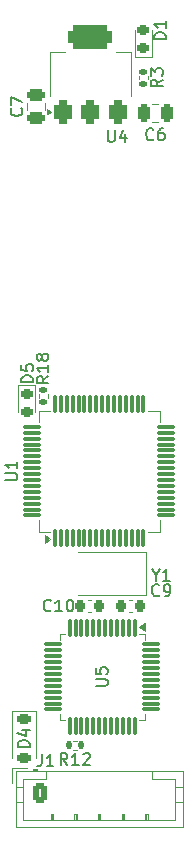
<source format=gto>
G04 #@! TF.GenerationSoftware,KiCad,Pcbnew,8.0.5*
G04 #@! TF.CreationDate,2024-10-01T14:56:49-07:00*
G04 #@! TF.ProjectId,gr25_nodes,67723235-5f6e-46f6-9465-732e6b696361,rev?*
G04 #@! TF.SameCoordinates,Original*
G04 #@! TF.FileFunction,Legend,Top*
G04 #@! TF.FilePolarity,Positive*
%FSLAX46Y46*%
G04 Gerber Fmt 4.6, Leading zero omitted, Abs format (unit mm)*
G04 Created by KiCad (PCBNEW 8.0.5) date 2024-10-01 14:56:49*
%MOMM*%
%LPD*%
G01*
G04 APERTURE LIST*
G04 Aperture macros list*
%AMRoundRect*
0 Rectangle with rounded corners*
0 $1 Rounding radius*
0 $2 $3 $4 $5 $6 $7 $8 $9 X,Y pos of 4 corners*
0 Add a 4 corners polygon primitive as box body*
4,1,4,$2,$3,$4,$5,$6,$7,$8,$9,$2,$3,0*
0 Add four circle primitives for the rounded corners*
1,1,$1+$1,$2,$3*
1,1,$1+$1,$4,$5*
1,1,$1+$1,$6,$7*
1,1,$1+$1,$8,$9*
0 Add four rect primitives between the rounded corners*
20,1,$1+$1,$2,$3,$4,$5,0*
20,1,$1+$1,$4,$5,$6,$7,0*
20,1,$1+$1,$6,$7,$8,$9,0*
20,1,$1+$1,$8,$9,$2,$3,0*%
G04 Aperture macros list end*
%ADD10C,0.150000*%
%ADD11C,0.120000*%
%ADD12RoundRect,0.218750X0.256250X-0.218750X0.256250X0.218750X-0.256250X0.218750X-0.256250X-0.218750X0*%
%ADD13RoundRect,0.250000X-0.475000X0.250000X-0.475000X-0.250000X0.475000X-0.250000X0.475000X0.250000X0*%
%ADD14RoundRect,0.375000X0.375000X-0.625000X0.375000X0.625000X-0.375000X0.625000X-0.375000X-0.625000X0*%
%ADD15RoundRect,0.500000X1.400000X-0.500000X1.400000X0.500000X-1.400000X0.500000X-1.400000X-0.500000X0*%
%ADD16RoundRect,0.135000X-0.185000X0.135000X-0.185000X-0.135000X0.185000X-0.135000X0.185000X0.135000X0*%
%ADD17R,2.000000X2.400000*%
%ADD18RoundRect,0.250000X-0.250000X-0.475000X0.250000X-0.475000X0.250000X0.475000X-0.250000X0.475000X0*%
%ADD19RoundRect,0.225000X-0.225000X-0.250000X0.225000X-0.250000X0.225000X0.250000X-0.225000X0.250000X0*%
%ADD20RoundRect,0.250000X-0.350000X-0.625000X0.350000X-0.625000X0.350000X0.625000X-0.350000X0.625000X0*%
%ADD21O,1.200000X1.750000*%
%ADD22RoundRect,0.225000X0.225000X0.250000X-0.225000X0.250000X-0.225000X-0.250000X0.225000X-0.250000X0*%
%ADD23RoundRect,0.225000X-0.375000X0.225000X-0.375000X-0.225000X0.375000X-0.225000X0.375000X0.225000X0*%
%ADD24RoundRect,0.075000X-0.075000X0.662500X-0.075000X-0.662500X0.075000X-0.662500X0.075000X0.662500X0*%
%ADD25RoundRect,0.075000X-0.662500X0.075000X-0.662500X-0.075000X0.662500X-0.075000X0.662500X0.075000X0*%
%ADD26RoundRect,0.075000X0.075000X-0.700000X0.075000X0.700000X-0.075000X0.700000X-0.075000X-0.700000X0*%
%ADD27RoundRect,0.075000X0.700000X-0.075000X0.700000X0.075000X-0.700000X0.075000X-0.700000X-0.075000X0*%
%ADD28RoundRect,0.218750X-0.256250X0.218750X-0.256250X-0.218750X0.256250X-0.218750X0.256250X0.218750X0*%
%ADD29RoundRect,0.135000X-0.135000X-0.185000X0.135000X-0.185000X0.135000X0.185000X-0.135000X0.185000X0*%
%ADD30R,1.700000X1.700000*%
%ADD31O,1.700000X1.700000*%
G04 APERTURE END LIST*
D10*
X125404819Y-30488094D02*
X124404819Y-30488094D01*
X124404819Y-30488094D02*
X124404819Y-30249999D01*
X124404819Y-30249999D02*
X124452438Y-30107142D01*
X124452438Y-30107142D02*
X124547676Y-30011904D01*
X124547676Y-30011904D02*
X124642914Y-29964285D01*
X124642914Y-29964285D02*
X124833390Y-29916666D01*
X124833390Y-29916666D02*
X124976247Y-29916666D01*
X124976247Y-29916666D02*
X125166723Y-29964285D01*
X125166723Y-29964285D02*
X125261961Y-30011904D01*
X125261961Y-30011904D02*
X125357200Y-30107142D01*
X125357200Y-30107142D02*
X125404819Y-30249999D01*
X125404819Y-30249999D02*
X125404819Y-30488094D01*
X125404819Y-28964285D02*
X125404819Y-29535713D01*
X125404819Y-29249999D02*
X124404819Y-29249999D01*
X124404819Y-29249999D02*
X124547676Y-29345237D01*
X124547676Y-29345237D02*
X124642914Y-29440475D01*
X124642914Y-29440475D02*
X124690533Y-29535713D01*
X113159580Y-36366666D02*
X113207200Y-36414285D01*
X113207200Y-36414285D02*
X113254819Y-36557142D01*
X113254819Y-36557142D02*
X113254819Y-36652380D01*
X113254819Y-36652380D02*
X113207200Y-36795237D01*
X113207200Y-36795237D02*
X113111961Y-36890475D01*
X113111961Y-36890475D02*
X113016723Y-36938094D01*
X113016723Y-36938094D02*
X112826247Y-36985713D01*
X112826247Y-36985713D02*
X112683390Y-36985713D01*
X112683390Y-36985713D02*
X112492914Y-36938094D01*
X112492914Y-36938094D02*
X112397676Y-36890475D01*
X112397676Y-36890475D02*
X112302438Y-36795237D01*
X112302438Y-36795237D02*
X112254819Y-36652380D01*
X112254819Y-36652380D02*
X112254819Y-36557142D01*
X112254819Y-36557142D02*
X112302438Y-36414285D01*
X112302438Y-36414285D02*
X112350057Y-36366666D01*
X112254819Y-36033332D02*
X112254819Y-35366666D01*
X112254819Y-35366666D02*
X113254819Y-35795237D01*
X120488095Y-38204819D02*
X120488095Y-39014342D01*
X120488095Y-39014342D02*
X120535714Y-39109580D01*
X120535714Y-39109580D02*
X120583333Y-39157200D01*
X120583333Y-39157200D02*
X120678571Y-39204819D01*
X120678571Y-39204819D02*
X120869047Y-39204819D01*
X120869047Y-39204819D02*
X120964285Y-39157200D01*
X120964285Y-39157200D02*
X121011904Y-39109580D01*
X121011904Y-39109580D02*
X121059523Y-39014342D01*
X121059523Y-39014342D02*
X121059523Y-38204819D01*
X121964285Y-38538152D02*
X121964285Y-39204819D01*
X121726190Y-38157200D02*
X121488095Y-38871485D01*
X121488095Y-38871485D02*
X122107142Y-38871485D01*
X125124819Y-33916666D02*
X124648628Y-34249999D01*
X125124819Y-34488094D02*
X124124819Y-34488094D01*
X124124819Y-34488094D02*
X124124819Y-34107142D01*
X124124819Y-34107142D02*
X124172438Y-34011904D01*
X124172438Y-34011904D02*
X124220057Y-33964285D01*
X124220057Y-33964285D02*
X124315295Y-33916666D01*
X124315295Y-33916666D02*
X124458152Y-33916666D01*
X124458152Y-33916666D02*
X124553390Y-33964285D01*
X124553390Y-33964285D02*
X124601009Y-34011904D01*
X124601009Y-34011904D02*
X124648628Y-34107142D01*
X124648628Y-34107142D02*
X124648628Y-34488094D01*
X124124819Y-33583332D02*
X124124819Y-32964285D01*
X124124819Y-32964285D02*
X124505771Y-33297618D01*
X124505771Y-33297618D02*
X124505771Y-33154761D01*
X124505771Y-33154761D02*
X124553390Y-33059523D01*
X124553390Y-33059523D02*
X124601009Y-33011904D01*
X124601009Y-33011904D02*
X124696247Y-32964285D01*
X124696247Y-32964285D02*
X124934342Y-32964285D01*
X124934342Y-32964285D02*
X125029580Y-33011904D01*
X125029580Y-33011904D02*
X125077200Y-33059523D01*
X125077200Y-33059523D02*
X125124819Y-33154761D01*
X125124819Y-33154761D02*
X125124819Y-33440475D01*
X125124819Y-33440475D02*
X125077200Y-33535713D01*
X125077200Y-33535713D02*
X125029580Y-33583332D01*
X124523809Y-75878628D02*
X124523809Y-76354819D01*
X124190476Y-75354819D02*
X124523809Y-75878628D01*
X124523809Y-75878628D02*
X124857142Y-75354819D01*
X125714285Y-76354819D02*
X125142857Y-76354819D01*
X125428571Y-76354819D02*
X125428571Y-75354819D01*
X125428571Y-75354819D02*
X125333333Y-75497676D01*
X125333333Y-75497676D02*
X125238095Y-75592914D01*
X125238095Y-75592914D02*
X125142857Y-75640533D01*
X124333333Y-38959580D02*
X124285714Y-39007200D01*
X124285714Y-39007200D02*
X124142857Y-39054819D01*
X124142857Y-39054819D02*
X124047619Y-39054819D01*
X124047619Y-39054819D02*
X123904762Y-39007200D01*
X123904762Y-39007200D02*
X123809524Y-38911961D01*
X123809524Y-38911961D02*
X123761905Y-38816723D01*
X123761905Y-38816723D02*
X123714286Y-38626247D01*
X123714286Y-38626247D02*
X123714286Y-38483390D01*
X123714286Y-38483390D02*
X123761905Y-38292914D01*
X123761905Y-38292914D02*
X123809524Y-38197676D01*
X123809524Y-38197676D02*
X123904762Y-38102438D01*
X123904762Y-38102438D02*
X124047619Y-38054819D01*
X124047619Y-38054819D02*
X124142857Y-38054819D01*
X124142857Y-38054819D02*
X124285714Y-38102438D01*
X124285714Y-38102438D02*
X124333333Y-38150057D01*
X125190476Y-38054819D02*
X125000000Y-38054819D01*
X125000000Y-38054819D02*
X124904762Y-38102438D01*
X124904762Y-38102438D02*
X124857143Y-38150057D01*
X124857143Y-38150057D02*
X124761905Y-38292914D01*
X124761905Y-38292914D02*
X124714286Y-38483390D01*
X124714286Y-38483390D02*
X124714286Y-38864342D01*
X124714286Y-38864342D02*
X124761905Y-38959580D01*
X124761905Y-38959580D02*
X124809524Y-39007200D01*
X124809524Y-39007200D02*
X124904762Y-39054819D01*
X124904762Y-39054819D02*
X125095238Y-39054819D01*
X125095238Y-39054819D02*
X125190476Y-39007200D01*
X125190476Y-39007200D02*
X125238095Y-38959580D01*
X125238095Y-38959580D02*
X125285714Y-38864342D01*
X125285714Y-38864342D02*
X125285714Y-38626247D01*
X125285714Y-38626247D02*
X125238095Y-38531009D01*
X125238095Y-38531009D02*
X125190476Y-38483390D01*
X125190476Y-38483390D02*
X125095238Y-38435771D01*
X125095238Y-38435771D02*
X124904762Y-38435771D01*
X124904762Y-38435771D02*
X124809524Y-38483390D01*
X124809524Y-38483390D02*
X124761905Y-38531009D01*
X124761905Y-38531009D02*
X124714286Y-38626247D01*
X124833333Y-77559580D02*
X124785714Y-77607200D01*
X124785714Y-77607200D02*
X124642857Y-77654819D01*
X124642857Y-77654819D02*
X124547619Y-77654819D01*
X124547619Y-77654819D02*
X124404762Y-77607200D01*
X124404762Y-77607200D02*
X124309524Y-77511961D01*
X124309524Y-77511961D02*
X124261905Y-77416723D01*
X124261905Y-77416723D02*
X124214286Y-77226247D01*
X124214286Y-77226247D02*
X124214286Y-77083390D01*
X124214286Y-77083390D02*
X124261905Y-76892914D01*
X124261905Y-76892914D02*
X124309524Y-76797676D01*
X124309524Y-76797676D02*
X124404762Y-76702438D01*
X124404762Y-76702438D02*
X124547619Y-76654819D01*
X124547619Y-76654819D02*
X124642857Y-76654819D01*
X124642857Y-76654819D02*
X124785714Y-76702438D01*
X124785714Y-76702438D02*
X124833333Y-76750057D01*
X125309524Y-77654819D02*
X125500000Y-77654819D01*
X125500000Y-77654819D02*
X125595238Y-77607200D01*
X125595238Y-77607200D02*
X125642857Y-77559580D01*
X125642857Y-77559580D02*
X125738095Y-77416723D01*
X125738095Y-77416723D02*
X125785714Y-77226247D01*
X125785714Y-77226247D02*
X125785714Y-76845295D01*
X125785714Y-76845295D02*
X125738095Y-76750057D01*
X125738095Y-76750057D02*
X125690476Y-76702438D01*
X125690476Y-76702438D02*
X125595238Y-76654819D01*
X125595238Y-76654819D02*
X125404762Y-76654819D01*
X125404762Y-76654819D02*
X125309524Y-76702438D01*
X125309524Y-76702438D02*
X125261905Y-76750057D01*
X125261905Y-76750057D02*
X125214286Y-76845295D01*
X125214286Y-76845295D02*
X125214286Y-77083390D01*
X125214286Y-77083390D02*
X125261905Y-77178628D01*
X125261905Y-77178628D02*
X125309524Y-77226247D01*
X125309524Y-77226247D02*
X125404762Y-77273866D01*
X125404762Y-77273866D02*
X125595238Y-77273866D01*
X125595238Y-77273866D02*
X125690476Y-77226247D01*
X125690476Y-77226247D02*
X125738095Y-77178628D01*
X125738095Y-77178628D02*
X125785714Y-77083390D01*
X114866666Y-91054819D02*
X114866666Y-91769104D01*
X114866666Y-91769104D02*
X114819047Y-91911961D01*
X114819047Y-91911961D02*
X114723809Y-92007200D01*
X114723809Y-92007200D02*
X114580952Y-92054819D01*
X114580952Y-92054819D02*
X114485714Y-92054819D01*
X115866666Y-92054819D02*
X115295238Y-92054819D01*
X115580952Y-92054819D02*
X115580952Y-91054819D01*
X115580952Y-91054819D02*
X115485714Y-91197676D01*
X115485714Y-91197676D02*
X115390476Y-91292914D01*
X115390476Y-91292914D02*
X115295238Y-91340533D01*
X115657142Y-78859580D02*
X115609523Y-78907200D01*
X115609523Y-78907200D02*
X115466666Y-78954819D01*
X115466666Y-78954819D02*
X115371428Y-78954819D01*
X115371428Y-78954819D02*
X115228571Y-78907200D01*
X115228571Y-78907200D02*
X115133333Y-78811961D01*
X115133333Y-78811961D02*
X115085714Y-78716723D01*
X115085714Y-78716723D02*
X115038095Y-78526247D01*
X115038095Y-78526247D02*
X115038095Y-78383390D01*
X115038095Y-78383390D02*
X115085714Y-78192914D01*
X115085714Y-78192914D02*
X115133333Y-78097676D01*
X115133333Y-78097676D02*
X115228571Y-78002438D01*
X115228571Y-78002438D02*
X115371428Y-77954819D01*
X115371428Y-77954819D02*
X115466666Y-77954819D01*
X115466666Y-77954819D02*
X115609523Y-78002438D01*
X115609523Y-78002438D02*
X115657142Y-78050057D01*
X116609523Y-78954819D02*
X116038095Y-78954819D01*
X116323809Y-78954819D02*
X116323809Y-77954819D01*
X116323809Y-77954819D02*
X116228571Y-78097676D01*
X116228571Y-78097676D02*
X116133333Y-78192914D01*
X116133333Y-78192914D02*
X116038095Y-78240533D01*
X117228571Y-77954819D02*
X117323809Y-77954819D01*
X117323809Y-77954819D02*
X117419047Y-78002438D01*
X117419047Y-78002438D02*
X117466666Y-78050057D01*
X117466666Y-78050057D02*
X117514285Y-78145295D01*
X117514285Y-78145295D02*
X117561904Y-78335771D01*
X117561904Y-78335771D02*
X117561904Y-78573866D01*
X117561904Y-78573866D02*
X117514285Y-78764342D01*
X117514285Y-78764342D02*
X117466666Y-78859580D01*
X117466666Y-78859580D02*
X117419047Y-78907200D01*
X117419047Y-78907200D02*
X117323809Y-78954819D01*
X117323809Y-78954819D02*
X117228571Y-78954819D01*
X117228571Y-78954819D02*
X117133333Y-78907200D01*
X117133333Y-78907200D02*
X117085714Y-78859580D01*
X117085714Y-78859580D02*
X117038095Y-78764342D01*
X117038095Y-78764342D02*
X116990476Y-78573866D01*
X116990476Y-78573866D02*
X116990476Y-78335771D01*
X116990476Y-78335771D02*
X117038095Y-78145295D01*
X117038095Y-78145295D02*
X117085714Y-78050057D01*
X117085714Y-78050057D02*
X117133333Y-78002438D01*
X117133333Y-78002438D02*
X117228571Y-77954819D01*
X113854819Y-90438094D02*
X112854819Y-90438094D01*
X112854819Y-90438094D02*
X112854819Y-90199999D01*
X112854819Y-90199999D02*
X112902438Y-90057142D01*
X112902438Y-90057142D02*
X112997676Y-89961904D01*
X112997676Y-89961904D02*
X113092914Y-89914285D01*
X113092914Y-89914285D02*
X113283390Y-89866666D01*
X113283390Y-89866666D02*
X113426247Y-89866666D01*
X113426247Y-89866666D02*
X113616723Y-89914285D01*
X113616723Y-89914285D02*
X113711961Y-89961904D01*
X113711961Y-89961904D02*
X113807200Y-90057142D01*
X113807200Y-90057142D02*
X113854819Y-90199999D01*
X113854819Y-90199999D02*
X113854819Y-90438094D01*
X113188152Y-89009523D02*
X113854819Y-89009523D01*
X112807200Y-89247618D02*
X113521485Y-89485713D01*
X113521485Y-89485713D02*
X113521485Y-88866666D01*
X119454819Y-85261904D02*
X120264342Y-85261904D01*
X120264342Y-85261904D02*
X120359580Y-85214285D01*
X120359580Y-85214285D02*
X120407200Y-85166666D01*
X120407200Y-85166666D02*
X120454819Y-85071428D01*
X120454819Y-85071428D02*
X120454819Y-84880952D01*
X120454819Y-84880952D02*
X120407200Y-84785714D01*
X120407200Y-84785714D02*
X120359580Y-84738095D01*
X120359580Y-84738095D02*
X120264342Y-84690476D01*
X120264342Y-84690476D02*
X119454819Y-84690476D01*
X119454819Y-83738095D02*
X119454819Y-84214285D01*
X119454819Y-84214285D02*
X119931009Y-84261904D01*
X119931009Y-84261904D02*
X119883390Y-84214285D01*
X119883390Y-84214285D02*
X119835771Y-84119047D01*
X119835771Y-84119047D02*
X119835771Y-83880952D01*
X119835771Y-83880952D02*
X119883390Y-83785714D01*
X119883390Y-83785714D02*
X119931009Y-83738095D01*
X119931009Y-83738095D02*
X120026247Y-83690476D01*
X120026247Y-83690476D02*
X120264342Y-83690476D01*
X120264342Y-83690476D02*
X120359580Y-83738095D01*
X120359580Y-83738095D02*
X120407200Y-83785714D01*
X120407200Y-83785714D02*
X120454819Y-83880952D01*
X120454819Y-83880952D02*
X120454819Y-84119047D01*
X120454819Y-84119047D02*
X120407200Y-84214285D01*
X120407200Y-84214285D02*
X120359580Y-84261904D01*
X115454819Y-59042857D02*
X114978628Y-59376190D01*
X115454819Y-59614285D02*
X114454819Y-59614285D01*
X114454819Y-59614285D02*
X114454819Y-59233333D01*
X114454819Y-59233333D02*
X114502438Y-59138095D01*
X114502438Y-59138095D02*
X114550057Y-59090476D01*
X114550057Y-59090476D02*
X114645295Y-59042857D01*
X114645295Y-59042857D02*
X114788152Y-59042857D01*
X114788152Y-59042857D02*
X114883390Y-59090476D01*
X114883390Y-59090476D02*
X114931009Y-59138095D01*
X114931009Y-59138095D02*
X114978628Y-59233333D01*
X114978628Y-59233333D02*
X114978628Y-59614285D01*
X115454819Y-58090476D02*
X115454819Y-58661904D01*
X115454819Y-58376190D02*
X114454819Y-58376190D01*
X114454819Y-58376190D02*
X114597676Y-58471428D01*
X114597676Y-58471428D02*
X114692914Y-58566666D01*
X114692914Y-58566666D02*
X114740533Y-58661904D01*
X114883390Y-57519047D02*
X114835771Y-57614285D01*
X114835771Y-57614285D02*
X114788152Y-57661904D01*
X114788152Y-57661904D02*
X114692914Y-57709523D01*
X114692914Y-57709523D02*
X114645295Y-57709523D01*
X114645295Y-57709523D02*
X114550057Y-57661904D01*
X114550057Y-57661904D02*
X114502438Y-57614285D01*
X114502438Y-57614285D02*
X114454819Y-57519047D01*
X114454819Y-57519047D02*
X114454819Y-57328571D01*
X114454819Y-57328571D02*
X114502438Y-57233333D01*
X114502438Y-57233333D02*
X114550057Y-57185714D01*
X114550057Y-57185714D02*
X114645295Y-57138095D01*
X114645295Y-57138095D02*
X114692914Y-57138095D01*
X114692914Y-57138095D02*
X114788152Y-57185714D01*
X114788152Y-57185714D02*
X114835771Y-57233333D01*
X114835771Y-57233333D02*
X114883390Y-57328571D01*
X114883390Y-57328571D02*
X114883390Y-57519047D01*
X114883390Y-57519047D02*
X114931009Y-57614285D01*
X114931009Y-57614285D02*
X114978628Y-57661904D01*
X114978628Y-57661904D02*
X115073866Y-57709523D01*
X115073866Y-57709523D02*
X115264342Y-57709523D01*
X115264342Y-57709523D02*
X115359580Y-57661904D01*
X115359580Y-57661904D02*
X115407200Y-57614285D01*
X115407200Y-57614285D02*
X115454819Y-57519047D01*
X115454819Y-57519047D02*
X115454819Y-57328571D01*
X115454819Y-57328571D02*
X115407200Y-57233333D01*
X115407200Y-57233333D02*
X115359580Y-57185714D01*
X115359580Y-57185714D02*
X115264342Y-57138095D01*
X115264342Y-57138095D02*
X115073866Y-57138095D01*
X115073866Y-57138095D02*
X114978628Y-57185714D01*
X114978628Y-57185714D02*
X114931009Y-57233333D01*
X114931009Y-57233333D02*
X114883390Y-57328571D01*
X111804819Y-67836904D02*
X112614342Y-67836904D01*
X112614342Y-67836904D02*
X112709580Y-67789285D01*
X112709580Y-67789285D02*
X112757200Y-67741666D01*
X112757200Y-67741666D02*
X112804819Y-67646428D01*
X112804819Y-67646428D02*
X112804819Y-67455952D01*
X112804819Y-67455952D02*
X112757200Y-67360714D01*
X112757200Y-67360714D02*
X112709580Y-67313095D01*
X112709580Y-67313095D02*
X112614342Y-67265476D01*
X112614342Y-67265476D02*
X111804819Y-67265476D01*
X112804819Y-66265476D02*
X112804819Y-66836904D01*
X112804819Y-66551190D02*
X111804819Y-66551190D01*
X111804819Y-66551190D02*
X111947676Y-66646428D01*
X111947676Y-66646428D02*
X112042914Y-66741666D01*
X112042914Y-66741666D02*
X112090533Y-66836904D01*
X114154819Y-59538094D02*
X113154819Y-59538094D01*
X113154819Y-59538094D02*
X113154819Y-59299999D01*
X113154819Y-59299999D02*
X113202438Y-59157142D01*
X113202438Y-59157142D02*
X113297676Y-59061904D01*
X113297676Y-59061904D02*
X113392914Y-59014285D01*
X113392914Y-59014285D02*
X113583390Y-58966666D01*
X113583390Y-58966666D02*
X113726247Y-58966666D01*
X113726247Y-58966666D02*
X113916723Y-59014285D01*
X113916723Y-59014285D02*
X114011961Y-59061904D01*
X114011961Y-59061904D02*
X114107200Y-59157142D01*
X114107200Y-59157142D02*
X114154819Y-59299999D01*
X114154819Y-59299999D02*
X114154819Y-59538094D01*
X113154819Y-58061904D02*
X113154819Y-58538094D01*
X113154819Y-58538094D02*
X113631009Y-58585713D01*
X113631009Y-58585713D02*
X113583390Y-58538094D01*
X113583390Y-58538094D02*
X113535771Y-58442856D01*
X113535771Y-58442856D02*
X113535771Y-58204761D01*
X113535771Y-58204761D02*
X113583390Y-58109523D01*
X113583390Y-58109523D02*
X113631009Y-58061904D01*
X113631009Y-58061904D02*
X113726247Y-58014285D01*
X113726247Y-58014285D02*
X113964342Y-58014285D01*
X113964342Y-58014285D02*
X114059580Y-58061904D01*
X114059580Y-58061904D02*
X114107200Y-58109523D01*
X114107200Y-58109523D02*
X114154819Y-58204761D01*
X114154819Y-58204761D02*
X114154819Y-58442856D01*
X114154819Y-58442856D02*
X114107200Y-58538094D01*
X114107200Y-58538094D02*
X114059580Y-58585713D01*
X117057142Y-91954819D02*
X116723809Y-91478628D01*
X116485714Y-91954819D02*
X116485714Y-90954819D01*
X116485714Y-90954819D02*
X116866666Y-90954819D01*
X116866666Y-90954819D02*
X116961904Y-91002438D01*
X116961904Y-91002438D02*
X117009523Y-91050057D01*
X117009523Y-91050057D02*
X117057142Y-91145295D01*
X117057142Y-91145295D02*
X117057142Y-91288152D01*
X117057142Y-91288152D02*
X117009523Y-91383390D01*
X117009523Y-91383390D02*
X116961904Y-91431009D01*
X116961904Y-91431009D02*
X116866666Y-91478628D01*
X116866666Y-91478628D02*
X116485714Y-91478628D01*
X118009523Y-91954819D02*
X117438095Y-91954819D01*
X117723809Y-91954819D02*
X117723809Y-90954819D01*
X117723809Y-90954819D02*
X117628571Y-91097676D01*
X117628571Y-91097676D02*
X117533333Y-91192914D01*
X117533333Y-91192914D02*
X117438095Y-91240533D01*
X118390476Y-91050057D02*
X118438095Y-91002438D01*
X118438095Y-91002438D02*
X118533333Y-90954819D01*
X118533333Y-90954819D02*
X118771428Y-90954819D01*
X118771428Y-90954819D02*
X118866666Y-91002438D01*
X118866666Y-91002438D02*
X118914285Y-91050057D01*
X118914285Y-91050057D02*
X118961904Y-91145295D01*
X118961904Y-91145295D02*
X118961904Y-91240533D01*
X118961904Y-91240533D02*
X118914285Y-91383390D01*
X118914285Y-91383390D02*
X118342857Y-91954819D01*
X118342857Y-91954819D02*
X118961904Y-91954819D01*
D11*
G04 #@! TO.C,D1*
X122765000Y-29700000D02*
X122765000Y-31985000D01*
X122765000Y-31985000D02*
X124235000Y-31985000D01*
X124235000Y-31985000D02*
X124235000Y-29700000D01*
G04 #@! TO.C,C7*
X113665000Y-35938748D02*
X113665000Y-36461252D01*
X115135000Y-35938748D02*
X115135000Y-36461252D01*
G04 #@! TO.C,U4*
X115589999Y-35350000D02*
X115590000Y-31590000D01*
X115590000Y-31590000D02*
X116849999Y-31590000D01*
X122410000Y-31590000D02*
X121150001Y-31590000D01*
X122410001Y-35350000D02*
X122410000Y-31590000D01*
X115690000Y-36630000D02*
X115360000Y-36870000D01*
X115360000Y-36390000D01*
X115690000Y-36630000D01*
G36*
X115690000Y-36630000D02*
G01*
X115360000Y-36870000D01*
X115360000Y-36390000D01*
X115690000Y-36630000D01*
G37*
G04 #@! TO.C,R3*
X123120000Y-33596359D02*
X123120000Y-33903641D01*
X123880000Y-33596359D02*
X123880000Y-33903641D01*
G04 #@! TO.C,Y1*
X117962500Y-77550000D02*
X123712500Y-77550000D01*
X123712500Y-73950000D02*
X117962500Y-73950000D01*
X123712500Y-77550000D02*
X123712500Y-73950000D01*
G04 #@! TO.C,C6*
X124238748Y-36015000D02*
X124761252Y-36015000D01*
X124238748Y-37485000D02*
X124761252Y-37485000D01*
G04 #@! TO.C,C9*
X122246920Y-77990000D02*
X122528080Y-77990000D01*
X122246920Y-79010000D02*
X122528080Y-79010000D01*
G04 #@! TO.C,J1*
X112390000Y-92190000D02*
X112390000Y-93440000D01*
X112690000Y-92490000D02*
X112690000Y-97210000D01*
X112690000Y-93800000D02*
X113300000Y-93800000D01*
X112690000Y-95100000D02*
X113300000Y-95100000D01*
X112690000Y-97210000D02*
X126810000Y-97210000D01*
X113300000Y-93100000D02*
X113300000Y-96600000D01*
X113300000Y-96600000D02*
X126200000Y-96600000D01*
X113640000Y-92190000D02*
X112390000Y-92190000D01*
X114150000Y-92290000D02*
X114150000Y-92490000D01*
X114450000Y-92290000D02*
X114150000Y-92290000D01*
X114450000Y-92390000D02*
X114150000Y-92390000D01*
X114450000Y-92490000D02*
X114450000Y-92290000D01*
X115250000Y-92490000D02*
X115250000Y-93100000D01*
X115250000Y-93100000D02*
X113300000Y-93100000D01*
X115650000Y-96100000D02*
X115850000Y-96100000D01*
X115650000Y-96600000D02*
X115650000Y-96100000D01*
X115750000Y-96600000D02*
X115750000Y-96100000D01*
X115850000Y-96100000D02*
X115850000Y-96600000D01*
X117650000Y-96100000D02*
X117850000Y-96100000D01*
X117650000Y-96600000D02*
X117650000Y-96100000D01*
X117750000Y-96600000D02*
X117750000Y-96100000D01*
X117850000Y-96100000D02*
X117850000Y-96600000D01*
X119650000Y-96100000D02*
X119850000Y-96100000D01*
X119650000Y-96600000D02*
X119650000Y-96100000D01*
X119750000Y-96600000D02*
X119750000Y-96100000D01*
X119850000Y-96100000D02*
X119850000Y-96600000D01*
X121650000Y-96100000D02*
X121850000Y-96100000D01*
X121650000Y-96600000D02*
X121650000Y-96100000D01*
X121750000Y-96600000D02*
X121750000Y-96100000D01*
X121850000Y-96100000D02*
X121850000Y-96600000D01*
X123650000Y-96100000D02*
X123850000Y-96100000D01*
X123650000Y-96600000D02*
X123650000Y-96100000D01*
X123750000Y-96600000D02*
X123750000Y-96100000D01*
X123850000Y-96100000D02*
X123850000Y-96600000D01*
X124250000Y-93100000D02*
X124250000Y-92490000D01*
X126200000Y-93100000D02*
X124250000Y-93100000D01*
X126200000Y-96600000D02*
X126200000Y-93100000D01*
X126810000Y-92490000D02*
X112690000Y-92490000D01*
X126810000Y-93800000D02*
X126200000Y-93800000D01*
X126810000Y-95100000D02*
X126200000Y-95100000D01*
X126810000Y-97210000D02*
X126810000Y-92490000D01*
G04 #@! TO.C,C10*
X119078080Y-77990000D02*
X118796920Y-77990000D01*
X119078080Y-79010000D02*
X118796920Y-79010000D01*
G04 #@! TO.C,D4*
X112400000Y-87340000D02*
X112400000Y-91350000D01*
X114400000Y-87340000D02*
X112400000Y-87340000D01*
X114400000Y-87340000D02*
X114400000Y-91350000D01*
G04 #@! TO.C,U5*
X116390000Y-80890000D02*
X116840000Y-80890000D01*
X116390000Y-81340000D02*
X116390000Y-80890000D01*
X116390000Y-87660000D02*
X116390000Y-88110000D01*
X116390000Y-88110000D02*
X116840000Y-88110000D01*
X123610000Y-80890000D02*
X123160000Y-80890000D01*
X123610000Y-81340000D02*
X123610000Y-80890000D01*
X123610000Y-87660000D02*
X123610000Y-88110000D01*
X123610000Y-88110000D02*
X123160000Y-88110000D01*
X123630000Y-80640000D02*
X123160000Y-80300000D01*
X123630000Y-79960000D01*
X123630000Y-80640000D01*
G36*
X123630000Y-80640000D02*
G01*
X123160000Y-80300000D01*
X123630000Y-79960000D01*
X123630000Y-80640000D01*
G37*
G04 #@! TO.C,R18*
X114620000Y-60546359D02*
X114620000Y-60853641D01*
X115380000Y-60546359D02*
X115380000Y-60853641D01*
G04 #@! TO.C,U1*
X114640000Y-61965000D02*
X115590000Y-61965000D01*
X114640000Y-62915000D02*
X114640000Y-61965000D01*
X114640000Y-71235000D02*
X114640000Y-72185000D01*
X114640000Y-72185000D02*
X115590000Y-72185000D01*
X124860000Y-61965000D02*
X123910000Y-61965000D01*
X124860000Y-62915000D02*
X124860000Y-61965000D01*
X124860000Y-71235000D02*
X124860000Y-72185000D01*
X124860000Y-72185000D02*
X123910000Y-72185000D01*
X115590000Y-72800000D02*
X115120000Y-73140000D01*
X115120001Y-72460000D01*
X115590000Y-72800000D01*
G36*
X115590000Y-72800000D02*
G01*
X115120000Y-73140000D01*
X115120001Y-72460000D01*
X115590000Y-72800000D01*
G37*
G04 #@! TO.C,D5*
X112865000Y-59815000D02*
X112865000Y-62100000D01*
X114335000Y-59815000D02*
X112865000Y-59815000D01*
X114335000Y-62100000D02*
X114335000Y-59815000D01*
G04 #@! TO.C,R12*
X117556358Y-89920000D02*
X117863640Y-89920000D01*
X117556358Y-90680000D02*
X117863640Y-90680000D01*
G04 #@! TD*
%LPC*%
D12*
G04 #@! TO.C,D1*
X123500000Y-31287501D03*
X123500000Y-29712499D03*
G04 #@! TD*
D13*
G04 #@! TO.C,C7*
X114400000Y-35250000D03*
X114400000Y-37150000D03*
G04 #@! TD*
D14*
G04 #@! TO.C,U4*
X116700000Y-36650000D03*
X119000000Y-36649999D03*
D15*
X119000000Y-30350001D03*
D14*
X121300000Y-36650000D03*
G04 #@! TD*
D16*
G04 #@! TO.C,R3*
X123500000Y-33240000D03*
X123500000Y-34260000D03*
G04 #@! TD*
D17*
G04 #@! TO.C,Y1*
X122512501Y-75750000D03*
X118812499Y-75750000D03*
G04 #@! TD*
D18*
G04 #@! TO.C,C6*
X123550000Y-36750000D03*
X125450000Y-36750000D03*
G04 #@! TD*
D19*
G04 #@! TO.C,C9*
X121612500Y-78500000D03*
X123162500Y-78500000D03*
G04 #@! TD*
D20*
G04 #@! TO.C,J1*
X114750000Y-94300000D03*
D21*
X116750000Y-94300000D03*
X118750000Y-94300000D03*
X120750000Y-94300000D03*
X122750000Y-94300000D03*
X124750000Y-94300000D03*
G04 #@! TD*
D22*
G04 #@! TO.C,C10*
X119712500Y-78500000D03*
X118162500Y-78500000D03*
G04 #@! TD*
D23*
G04 #@! TO.C,D4*
X113400000Y-88050000D03*
X113400000Y-91350000D03*
G04 #@! TD*
D24*
G04 #@! TO.C,U5*
X122750000Y-80337500D03*
X122250000Y-80337500D03*
X121750000Y-80337500D03*
X121249999Y-80337500D03*
X120750000Y-80337500D03*
X120250000Y-80337500D03*
X119750000Y-80337500D03*
X119250000Y-80337500D03*
X118750001Y-80337500D03*
X118250000Y-80337500D03*
X117750000Y-80337500D03*
X117250000Y-80337500D03*
D25*
X115837500Y-81750000D03*
X115837500Y-82250000D03*
X115837500Y-82750000D03*
X115837500Y-83250001D03*
X115837500Y-83750000D03*
X115837500Y-84250000D03*
X115837500Y-84750000D03*
X115837500Y-85250000D03*
X115837500Y-85749999D03*
X115837500Y-86250000D03*
X115837500Y-86750000D03*
X115837500Y-87250000D03*
D24*
X117250000Y-88662500D03*
X117750000Y-88662500D03*
X118250000Y-88662500D03*
X118750001Y-88662500D03*
X119250000Y-88662500D03*
X119750000Y-88662500D03*
X120250000Y-88662500D03*
X120750000Y-88662500D03*
X121249999Y-88662500D03*
X121750000Y-88662500D03*
X122250000Y-88662500D03*
X122750000Y-88662500D03*
D25*
X124162500Y-87250000D03*
X124162500Y-86750000D03*
X124162500Y-86250000D03*
X124162500Y-85749999D03*
X124162500Y-85250000D03*
X124162500Y-84750000D03*
X124162500Y-84250000D03*
X124162500Y-83750000D03*
X124162500Y-83250001D03*
X124162500Y-82750000D03*
X124162500Y-82250000D03*
X124162500Y-81750000D03*
G04 #@! TD*
D16*
G04 #@! TO.C,R18*
X115000000Y-60190000D03*
X115000000Y-61210000D03*
G04 #@! TD*
D26*
G04 #@! TO.C,U1*
X116000001Y-72750000D03*
X116500000Y-72750000D03*
X117000000Y-72750000D03*
X117500000Y-72750000D03*
X118000000Y-72750000D03*
X118500001Y-72750000D03*
X119000000Y-72750000D03*
X119500000Y-72750000D03*
X120000000Y-72750000D03*
X120500000Y-72750000D03*
X120999999Y-72750000D03*
X121500000Y-72750000D03*
X122000000Y-72750000D03*
X122500000Y-72750000D03*
X123000000Y-72750000D03*
X123499999Y-72750000D03*
D27*
X125425000Y-70824999D03*
X125425000Y-70325000D03*
X125425000Y-69825000D03*
X125425000Y-69325000D03*
X125425000Y-68825000D03*
X125425000Y-68324999D03*
X125425000Y-67825000D03*
X125425000Y-67325000D03*
X125425000Y-66825000D03*
X125425000Y-66325000D03*
X125425000Y-65825001D03*
X125425000Y-65325000D03*
X125425000Y-64825000D03*
X125425000Y-64325000D03*
X125425000Y-63825000D03*
X125425000Y-63325001D03*
D26*
X123499999Y-61400000D03*
X123000000Y-61400000D03*
X122500000Y-61400000D03*
X122000000Y-61400000D03*
X121500000Y-61400000D03*
X120999999Y-61400000D03*
X120500000Y-61400000D03*
X120000000Y-61400000D03*
X119500000Y-61400000D03*
X119000000Y-61400000D03*
X118500001Y-61400000D03*
X118000000Y-61400000D03*
X117500000Y-61400000D03*
X117000000Y-61400000D03*
X116500000Y-61400000D03*
X116000001Y-61400000D03*
D27*
X114075000Y-63325001D03*
X114075000Y-63825000D03*
X114075000Y-64325000D03*
X114075000Y-64825000D03*
X114075000Y-65325000D03*
X114075000Y-65825001D03*
X114075000Y-66325000D03*
X114075000Y-66825000D03*
X114075000Y-67325000D03*
X114075000Y-67825000D03*
X114075000Y-68324999D03*
X114075000Y-68825000D03*
X114075000Y-69325000D03*
X114075000Y-69825000D03*
X114075000Y-70325000D03*
X114075000Y-70824999D03*
G04 #@! TD*
D28*
G04 #@! TO.C,D5*
X113600000Y-60512500D03*
X113600000Y-62087500D03*
G04 #@! TD*
D29*
G04 #@! TO.C,R12*
X117200000Y-90300000D03*
X118219998Y-90300000D03*
G04 #@! TD*
D30*
G04 #@! TO.C,J6*
X128700000Y-29760000D03*
D31*
X128700000Y-32300000D03*
X128700000Y-34839999D03*
X128700000Y-37380000D03*
X128700000Y-39920000D03*
X128700000Y-42460000D03*
X128700000Y-45000000D03*
X128700000Y-47540001D03*
X128700000Y-50080000D03*
X128700000Y-52620000D03*
X128700000Y-55160000D03*
X128700000Y-57699999D03*
X128700000Y-60240000D03*
X128700000Y-62780000D03*
X128700000Y-65320000D03*
X128700000Y-67859999D03*
X128700000Y-70400001D03*
X128700000Y-72940000D03*
X128700000Y-75480000D03*
X128700000Y-78020000D03*
X128700000Y-80559999D03*
X128700000Y-83100000D03*
X128700000Y-85640000D03*
X128700000Y-88180000D03*
X128700000Y-90719999D03*
X128700000Y-93260001D03*
X128700000Y-95800000D03*
G04 #@! TD*
D30*
G04 #@! TO.C,J7*
X110700000Y-29760000D03*
D31*
X110700000Y-32300000D03*
X110700000Y-34839999D03*
X110700000Y-37380000D03*
X110700000Y-39920000D03*
X110700000Y-42460000D03*
X110700000Y-45000000D03*
X110700000Y-47540001D03*
X110700000Y-50080000D03*
X110700000Y-52620000D03*
X110700000Y-55160000D03*
X110700000Y-57699999D03*
X110700000Y-60240000D03*
X110700000Y-62780000D03*
X110700000Y-65320000D03*
X110700000Y-67859999D03*
X110700000Y-70400001D03*
X110700000Y-72940000D03*
X110700000Y-75480000D03*
X110700000Y-78020000D03*
X110700000Y-80559999D03*
X110700000Y-83100000D03*
X110700000Y-85640000D03*
X110700000Y-88180000D03*
X110700000Y-90719999D03*
X110700000Y-93260001D03*
X110700000Y-95800000D03*
G04 #@! TD*
%LPD*%
M02*

</source>
